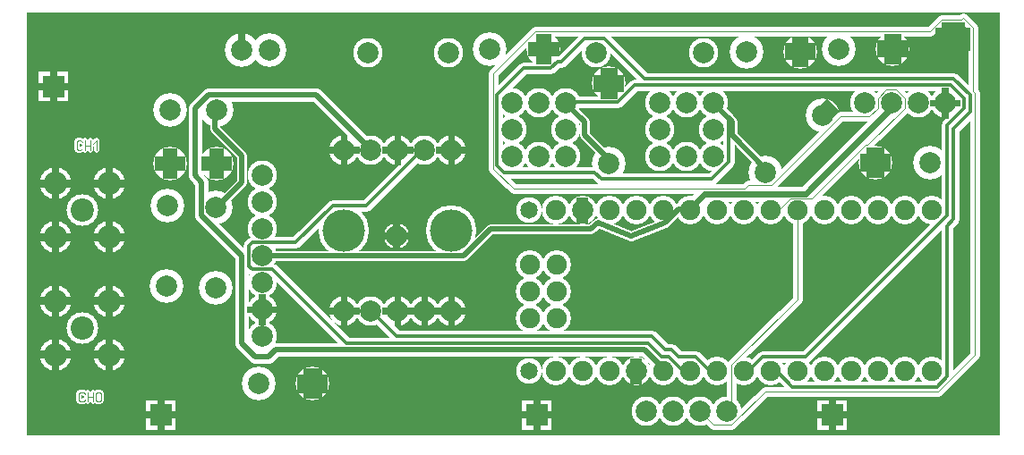
<source format=gbr>
%FSLAX34Y34*%
%MOMM*%
%LNCOPPER_TOP*%
G71*
G01*
%ADD10C,2.700*%
%ADD11C,2.450*%
%ADD12C,2.800*%
%ADD13C,3.200*%
%ADD14C,3.000*%
%ADD15C,2.800*%
%ADD16C,4.800*%
%ADD17C,0.511*%
%ADD18C,0.900*%
%ADD19C,2.400*%
%ADD20C,1.300*%
%ADD21C,1.100*%
%ADD22C,1.400*%
%ADD23C,3.200*%
%ADD24C,0.667*%
%ADD25C,0.813*%
%ADD26C,0.733*%
%ADD27C,1.360*%
%ADD28C,1.587*%
%ADD29C,1.627*%
%ADD30C,1.673*%
%ADD31C,1.793*%
%ADD32C,1.053*%
%ADD33C,1.093*%
%ADD34C,1.733*%
%ADD35C,2.230*%
%ADD36C,1.900*%
%ADD37C,1.650*%
%ADD38C,2.000*%
%ADD39C,2.200*%
%ADD40C,2.000*%
%ADD41C,4.000*%
%ADD42C,0.111*%
%ADD43C,0.500*%
%ADD44C,0.300*%
%ADD45C,0.600*%
%ADD46C,3.000*%
%ADD47C,0.100*%
%LPD*%
G36*
X0Y400000D02*
X920000Y400000D01*
X920000Y0D01*
X0Y0D01*
X0Y400000D01*
G37*
%LPC*%
X500221Y60241D02*
G54D10*
D03*
X525621Y60241D02*
G54D10*
D03*
X551021Y60241D02*
G54D10*
D03*
X576421Y60241D02*
G54D10*
D03*
X601821Y60241D02*
G54D10*
D03*
X627221Y60241D02*
G54D10*
D03*
X652621Y60241D02*
G54D10*
D03*
X678021Y60241D02*
G54D10*
D03*
X703421Y60241D02*
G54D10*
D03*
X728821Y60241D02*
G54D10*
D03*
X754221Y60241D02*
G54D10*
D03*
X779621Y60241D02*
G54D10*
D03*
X805021Y60241D02*
G54D10*
D03*
X830421Y60241D02*
G54D10*
D03*
X855821Y60241D02*
G54D10*
D03*
X500221Y212641D02*
G54D10*
D03*
X525621Y212641D02*
G54D10*
D03*
X551021Y212641D02*
G54D10*
D03*
X576421Y212641D02*
G54D10*
D03*
X601821Y212641D02*
G54D10*
D03*
X627221Y212641D02*
G54D10*
D03*
X652621Y212641D02*
G54D10*
D03*
X678021Y212641D02*
G54D10*
D03*
X703421Y212641D02*
G54D10*
D03*
X728821Y212641D02*
G54D10*
D03*
X754221Y212641D02*
G54D10*
D03*
X779621Y212641D02*
G54D10*
D03*
X805021Y212641D02*
G54D10*
D03*
X830421Y212641D02*
G54D10*
D03*
X855821Y212641D02*
G54D10*
D03*
X474980Y212800D02*
G54D11*
D03*
X474980Y60400D02*
G54D11*
D03*
X501237Y161587D02*
G54D10*
D03*
X475837Y161587D02*
G54D10*
D03*
X501237Y136187D02*
G54D10*
D03*
X475837Y136187D02*
G54D10*
D03*
X501237Y110787D02*
G54D10*
D03*
X475837Y110787D02*
G54D10*
D03*
X398780Y361900D02*
G54D12*
D03*
X322580Y361900D02*
G54D12*
D03*
X203655Y364475D02*
G54D13*
D03*
X229155Y364475D02*
G54D13*
D03*
X27280Y238175D02*
G54D14*
D03*
X78080Y238175D02*
G54D14*
D03*
X52680Y212775D02*
G54D14*
D03*
X78080Y187375D02*
G54D14*
D03*
X27280Y187375D02*
G54D14*
D03*
X792321Y314241D02*
G54D12*
D03*
X817721Y314241D02*
G54D12*
D03*
X843121Y314241D02*
G54D12*
D03*
X868521Y314241D02*
G54D12*
D03*
X222760Y93301D02*
G54D12*
D03*
X222760Y118701D02*
G54D12*
D03*
X222760Y144101D02*
G54D12*
D03*
X222760Y169501D02*
G54D12*
D03*
X222760Y194901D02*
G54D12*
D03*
X222760Y220301D02*
G54D12*
D03*
X222760Y245701D02*
G54D12*
D03*
X300196Y269791D02*
G54D15*
D03*
X325596Y269791D02*
G54D15*
D03*
X350996Y269791D02*
G54D15*
D03*
X376396Y269791D02*
G54D15*
D03*
X401796Y269791D02*
G54D15*
D03*
X401796Y269791D02*
G54D15*
D03*
X401796Y193591D02*
G54D16*
D03*
X300196Y269791D02*
G54D15*
D03*
X300196Y193591D02*
G54D12*
D03*
X300196Y117391D02*
G54D15*
D03*
X300196Y117391D02*
G54D15*
D03*
X325596Y117391D02*
G54D15*
D03*
X350996Y117391D02*
G54D15*
D03*
X376396Y117391D02*
G54D15*
D03*
X300196Y193591D02*
G54D16*
D03*
X27280Y127050D02*
G54D14*
D03*
X78080Y127050D02*
G54D14*
D03*
X52680Y101650D02*
G54D14*
D03*
X78080Y76250D02*
G54D14*
D03*
X27280Y76250D02*
G54D14*
D03*
X458946Y314241D02*
G54D12*
D03*
X484346Y314241D02*
G54D12*
D03*
X509746Y314241D02*
G54D12*
D03*
X509746Y314241D02*
G54D12*
D03*
X509746Y288841D02*
G54D12*
D03*
X509746Y263441D02*
G54D12*
D03*
X458946Y263441D02*
G54D12*
D03*
X484346Y263441D02*
G54D12*
D03*
X509746Y263441D02*
G54D12*
D03*
X458946Y314241D02*
G54D12*
D03*
X458946Y288841D02*
G54D12*
D03*
X458946Y263441D02*
G54D12*
D03*
X438045Y365657D02*
G54D13*
D03*
X489026Y365770D02*
G54D13*
D03*
X538480Y361900D02*
G54D12*
D03*
X640080Y361900D02*
G54D12*
D03*
X731666Y363225D02*
G54D13*
D03*
X680685Y363113D02*
G54D13*
D03*
X768245Y365657D02*
G54D13*
D03*
X819226Y365770D02*
G54D13*
D03*
X179682Y308024D02*
G54D13*
D03*
X179794Y257043D02*
G54D13*
D03*
X135232Y308024D02*
G54D13*
D03*
X135344Y257043D02*
G54D13*
D03*
X179071Y139203D02*
G54D13*
D03*
X179122Y215453D02*
G54D13*
D03*
X132582Y141362D02*
G54D13*
D03*
X132632Y217612D02*
G54D13*
D03*
X853963Y258284D02*
G54D13*
D03*
X802982Y258171D02*
G54D13*
D03*
X219496Y48455D02*
G54D13*
D03*
X270476Y48567D02*
G54D13*
D03*
X550546Y256678D02*
G54D13*
D03*
X550596Y332928D02*
G54D13*
D03*
X222760Y118701D02*
G54D12*
D03*
X868521Y314241D02*
G54D12*
D03*
X489026Y365770D02*
G54D12*
D03*
X731666Y363225D02*
G54D12*
D03*
X819226Y365770D02*
G54D12*
D03*
X550596Y332928D02*
G54D12*
D03*
X802982Y258171D02*
G54D12*
D03*
X270476Y48567D02*
G54D12*
D03*
X350996Y269791D02*
G54D12*
D03*
X376396Y117391D02*
G54D12*
D03*
X401796Y117391D02*
G54D12*
D03*
X300196Y117391D02*
G54D12*
D03*
X350996Y117391D02*
G54D12*
D03*
X300196Y269791D02*
G54D12*
D03*
X401796Y269791D02*
G54D12*
D03*
G54D17*
X54863Y33367D02*
X54197Y32256D01*
X52863Y31700D01*
X51530Y31700D01*
X50197Y32256D01*
X49530Y33367D01*
X49530Y38922D01*
X50197Y40033D01*
X51530Y40589D01*
X52863Y40589D01*
X54197Y40033D01*
X54863Y38922D01*
G54D17*
X57307Y31700D02*
X57307Y40589D01*
G54D17*
X62640Y31700D02*
X62640Y40589D01*
G54D17*
X57307Y36144D02*
X62640Y36144D01*
G54D17*
X70417Y38922D02*
X70417Y33367D01*
X69751Y32256D01*
X68417Y31700D01*
X67084Y31700D01*
X65751Y32256D01*
X65084Y33367D01*
X65084Y38922D01*
X65751Y40033D01*
X67084Y40589D01*
X68417Y40589D01*
X69751Y40033D01*
X70417Y38922D01*
G54D17*
X52513Y271492D02*
X51847Y270381D01*
X50513Y269825D01*
X49180Y269825D01*
X47847Y270381D01*
X47180Y271492D01*
X47180Y277047D01*
X47847Y278158D01*
X49180Y278714D01*
X50513Y278714D01*
X51847Y278158D01*
X52513Y277047D01*
G54D17*
X54957Y269825D02*
X54957Y278714D01*
G54D17*
X60290Y269825D02*
X60290Y278714D01*
G54D17*
X54957Y274269D02*
X60290Y274269D01*
G54D17*
X62734Y275381D02*
X66067Y278714D01*
X66067Y269825D01*
X135344Y257043D02*
G54D12*
D03*
X179794Y257043D02*
G54D12*
D03*
G54D18*
X179122Y215453D02*
X178310Y213951D01*
X203710Y239351D01*
X203710Y264751D01*
X178310Y290151D01*
X178310Y309201D01*
X179682Y308024D01*
G54D18*
X550546Y256678D02*
X552960Y258401D01*
X527560Y283801D01*
X527560Y296501D01*
X508510Y315551D01*
X509746Y314241D01*
X576421Y60241D02*
G54D19*
D03*
X525621Y212641D02*
G54D19*
D03*
X349760Y188551D02*
G54D19*
D03*
X598646Y314241D02*
G54D12*
D03*
X598646Y288841D02*
G54D12*
D03*
X598646Y263441D02*
G54D12*
D03*
X649446Y314241D02*
G54D12*
D03*
X624046Y314241D02*
G54D12*
D03*
X598646Y314241D02*
G54D12*
D03*
X649446Y314241D02*
G54D12*
D03*
X649446Y288841D02*
G54D12*
D03*
X649446Y263441D02*
G54D12*
D03*
X649446Y263441D02*
G54D12*
D03*
X624046Y263441D02*
G54D12*
D03*
X598646Y263441D02*
G54D12*
D03*
G54D18*
X222760Y169501D02*
X413260Y169501D01*
X438660Y194901D01*
X533910Y194901D01*
X540260Y201251D01*
X572010Y188551D01*
X603760Y201251D01*
X616460Y213951D01*
X629160Y213951D01*
X627221Y212641D01*
X698796Y248889D02*
G54D13*
D03*
X752749Y302771D02*
G54D13*
D03*
X752749Y302771D02*
G54D12*
D03*
G54D18*
X698796Y248889D02*
X699010Y252051D01*
X667260Y283801D01*
X667260Y296501D01*
X648210Y315551D01*
X649446Y314241D01*
G54D20*
X325596Y269791D02*
X324360Y271101D01*
X273560Y321901D01*
X171960Y321901D01*
X159260Y309201D01*
X159260Y245701D01*
X165610Y239351D01*
X165610Y207601D01*
X203710Y169501D01*
X203710Y86951D01*
X216410Y74251D01*
X229110Y74251D01*
X235460Y80601D01*
X584710Y80601D01*
X603760Y61551D01*
X601821Y60241D01*
G54D21*
X376396Y269791D02*
X375160Y271101D01*
X321185Y217126D01*
X289435Y217126D01*
X254510Y182201D01*
X213235Y182201D01*
X210060Y179026D01*
X210060Y159976D01*
X213235Y156801D01*
X232285Y156801D01*
X302135Y86951D01*
X587885Y86951D01*
X600585Y74251D01*
X606935Y74251D01*
X619635Y61551D01*
X625985Y61551D01*
X627221Y60241D01*
G54D21*
X325596Y117391D02*
X324360Y118701D01*
X349760Y93301D01*
X591060Y93301D01*
X603760Y80601D01*
X610110Y80601D01*
X616460Y74251D01*
X632335Y74251D01*
X645035Y61551D01*
X651385Y61551D01*
X652621Y60241D01*
G54D21*
X509746Y314241D02*
X508510Y315551D01*
X559310Y315551D01*
X575185Y331426D01*
X873635Y331426D01*
X886335Y318726D01*
X886335Y309201D01*
X870460Y293326D01*
X870460Y207601D01*
X737110Y74251D01*
X695835Y74251D01*
X683135Y61551D01*
X676785Y61551D01*
X678021Y60241D01*
G54D21*
X649446Y314241D02*
X648210Y315551D01*
X664085Y299676D01*
X664085Y258401D01*
X648210Y242526D01*
X543435Y242526D01*
X537085Y248876D01*
X451360Y248876D01*
X445010Y255226D01*
X445010Y321901D01*
X470410Y347301D01*
X495810Y347301D01*
X502160Y353651D01*
X505335Y353651D01*
X527560Y375876D01*
X546610Y375876D01*
X584710Y337776D01*
X876810Y337776D01*
X892685Y321901D01*
X892685Y306026D01*
X876810Y290151D01*
X876810Y204426D01*
X870460Y198076D01*
X870460Y55201D01*
X860935Y45676D01*
X724410Y45676D01*
X708535Y61551D01*
X702185Y61551D01*
X703421Y60241D01*
G54D22*
X817721Y314241D02*
X819150Y311150D01*
X736600Y228600D01*
X641350Y228600D01*
X628650Y215900D01*
X628650Y209550D01*
X627221Y212641D01*
G36*
X11400Y344150D02*
X39400Y344150D01*
X39400Y316150D01*
X11400Y316150D01*
X11400Y344150D01*
G37*
G36*
X468600Y33000D02*
X496600Y33000D01*
X496600Y5000D01*
X468600Y5000D01*
X468600Y33000D01*
G37*
G36*
X748000Y33000D02*
X776000Y33000D01*
X776000Y5000D01*
X748000Y5000D01*
X748000Y33000D01*
G37*
G36*
X113000Y33000D02*
X141000Y33000D01*
X141000Y5000D01*
X113000Y5000D01*
X113000Y33000D01*
G37*
X25400Y374600D02*
G54D23*
D03*
X25400Y19000D02*
G54D23*
D03*
X876300Y19000D02*
G54D23*
D03*
X876300Y374600D02*
G54D23*
D03*
X636746Y22141D02*
G54D12*
D03*
X611346Y22141D02*
G54D12*
D03*
X585946Y22141D02*
G54D12*
D03*
X662146Y22141D02*
G54D12*
D03*
X636746Y22141D02*
G54D12*
D03*
X611346Y22141D02*
G54D12*
D03*
G54D18*
X662146Y22141D02*
X661988Y22225D01*
X666750Y26988D01*
X666750Y66675D01*
X728662Y128588D01*
X728662Y212725D01*
X728821Y212641D01*
G54D18*
X636746Y22141D02*
X636588Y22225D01*
X649288Y9525D01*
X666750Y9525D01*
X698500Y41275D01*
X862012Y41275D01*
X896938Y76200D01*
X896938Y323850D01*
X895350Y325438D01*
X895350Y385762D01*
X885825Y395288D01*
X884238Y393700D01*
X865188Y393700D01*
X854075Y382588D01*
X481012Y382588D01*
X441325Y342900D01*
X441325Y252412D01*
X460375Y233362D01*
X679450Y233362D01*
X682625Y236538D01*
X704850Y236538D01*
X769938Y301625D01*
X796925Y301625D01*
X804862Y309562D01*
X804862Y319088D01*
X812800Y327025D01*
X822325Y327025D01*
X830262Y319088D01*
X830262Y309562D01*
X795338Y274638D01*
X793750Y274638D01*
X742950Y223838D01*
X722312Y223838D01*
X711200Y212725D01*
X703262Y212725D01*
X703421Y212641D01*
%LPD*%
G54D24*
G36*
X200322Y364475D02*
X200322Y380975D01*
X206988Y380975D01*
X206988Y364475D01*
X200322Y364475D01*
G37*
G54D25*
G54D26*
G36*
X23613Y238175D02*
X23613Y253675D01*
X30947Y253675D01*
X30947Y238175D01*
X23613Y238175D01*
G37*
G36*
X27280Y241842D02*
X42780Y241842D01*
X42780Y234508D01*
X27280Y234508D01*
X27280Y241842D01*
G37*
G36*
X30947Y238175D02*
X30947Y222675D01*
X23613Y222675D01*
X23613Y238175D01*
X30947Y238175D01*
G37*
G36*
X27280Y234508D02*
X11780Y234508D01*
X11780Y241842D01*
X27280Y241842D01*
X27280Y234508D01*
G37*
G54D26*
G36*
X74413Y238175D02*
X74413Y253675D01*
X81747Y253675D01*
X81747Y238175D01*
X74413Y238175D01*
G37*
G36*
X78080Y241842D02*
X93580Y241842D01*
X93580Y234508D01*
X78080Y234508D01*
X78080Y241842D01*
G37*
G36*
X81747Y238175D02*
X81747Y222675D01*
X74413Y222675D01*
X74413Y238175D01*
X81747Y238175D01*
G37*
G36*
X78080Y234508D02*
X62580Y234508D01*
X62580Y241842D01*
X78080Y241842D01*
X78080Y234508D01*
G37*
G54D26*
G36*
X74413Y187375D02*
X74413Y202875D01*
X81747Y202875D01*
X81747Y187375D01*
X74413Y187375D01*
G37*
G36*
X78080Y191042D02*
X93580Y191042D01*
X93580Y183708D01*
X78080Y183708D01*
X78080Y191042D01*
G37*
G36*
X81747Y187375D02*
X81747Y171875D01*
X74413Y171875D01*
X74413Y187375D01*
X81747Y187375D01*
G37*
G36*
X78080Y183708D02*
X62580Y183708D01*
X62580Y191042D01*
X78080Y191042D01*
X78080Y183708D01*
G37*
G54D26*
G36*
X23613Y187375D02*
X23613Y202875D01*
X30947Y202875D01*
X30947Y187375D01*
X23613Y187375D01*
G37*
G36*
X27280Y191042D02*
X42780Y191042D01*
X42780Y183708D01*
X27280Y183708D01*
X27280Y191042D01*
G37*
G36*
X30947Y187375D02*
X30947Y171875D01*
X23613Y171875D01*
X23613Y187375D01*
X30947Y187375D01*
G37*
G36*
X27280Y183708D02*
X11780Y183708D01*
X11780Y191042D01*
X27280Y191042D01*
X27280Y183708D01*
G37*
G54D26*
G36*
X23613Y127050D02*
X23613Y142550D01*
X30947Y142550D01*
X30947Y127050D01*
X23613Y127050D01*
G37*
G36*
X27280Y130717D02*
X42780Y130717D01*
X42780Y123383D01*
X27280Y123383D01*
X27280Y130717D01*
G37*
G36*
X30947Y127050D02*
X30947Y111550D01*
X23613Y111550D01*
X23613Y127050D01*
X30947Y127050D01*
G37*
G36*
X27280Y123383D02*
X11780Y123383D01*
X11780Y130717D01*
X27280Y130717D01*
X27280Y123383D01*
G37*
G54D26*
G36*
X74413Y127050D02*
X74413Y142550D01*
X81747Y142550D01*
X81747Y127050D01*
X74413Y127050D01*
G37*
G36*
X78080Y130717D02*
X93580Y130717D01*
X93580Y123383D01*
X78080Y123383D01*
X78080Y130717D01*
G37*
G36*
X81747Y127050D02*
X81747Y111550D01*
X74413Y111550D01*
X74413Y127050D01*
X81747Y127050D01*
G37*
G36*
X78080Y123383D02*
X62580Y123383D01*
X62580Y130717D01*
X78080Y130717D01*
X78080Y123383D01*
G37*
G54D26*
G36*
X74413Y76250D02*
X74413Y91750D01*
X81747Y91750D01*
X81747Y76250D01*
X74413Y76250D01*
G37*
G36*
X78080Y79917D02*
X93580Y79917D01*
X93580Y72583D01*
X78080Y72583D01*
X78080Y79917D01*
G37*
G36*
X81747Y76250D02*
X81747Y60750D01*
X74413Y60750D01*
X74413Y76250D01*
X81747Y76250D01*
G37*
G36*
X78080Y72583D02*
X62580Y72583D01*
X62580Y79917D01*
X78080Y79917D01*
X78080Y72583D01*
G37*
G54D26*
G36*
X23613Y76250D02*
X23613Y91750D01*
X30947Y91750D01*
X30947Y76250D01*
X23613Y76250D01*
G37*
G36*
X27280Y79917D02*
X42780Y79917D01*
X42780Y72583D01*
X27280Y72583D01*
X27280Y79917D01*
G37*
G36*
X30947Y76250D02*
X30947Y60750D01*
X23613Y60750D01*
X23613Y76250D01*
X30947Y76250D01*
G37*
G36*
X27280Y72583D02*
X11780Y72583D01*
X11780Y79917D01*
X27280Y79917D01*
X27280Y72583D01*
G37*
G54D24*
G36*
X222760Y115368D02*
X208260Y115368D01*
X208260Y122035D01*
X222760Y122035D01*
X222760Y115368D01*
G37*
G36*
X219426Y118701D02*
X219426Y133201D01*
X226093Y133201D01*
X226093Y118701D01*
X219426Y118701D01*
G37*
G36*
X222760Y122035D02*
X237260Y122035D01*
X237260Y115368D01*
X222760Y115368D01*
X222760Y122035D01*
G37*
G36*
X226093Y118701D02*
X226093Y104201D01*
X219426Y104201D01*
X219426Y118701D01*
X226093Y118701D01*
G37*
G54D24*
G36*
X865188Y314241D02*
X865188Y328741D01*
X871854Y328741D01*
X871854Y314241D01*
X865188Y314241D01*
G37*
G36*
X868521Y317574D02*
X883021Y317574D01*
X883021Y310908D01*
X868521Y310908D01*
X868521Y317574D01*
G37*
G36*
X871854Y314241D02*
X871854Y299741D01*
X865188Y299741D01*
X865188Y314241D01*
X871854Y314241D01*
G37*
G36*
X868521Y310908D02*
X854021Y310908D01*
X854021Y317574D01*
X868521Y317574D01*
X868521Y310908D01*
G37*
G54D27*
G36*
X482226Y365770D02*
X482226Y380270D01*
X495826Y380270D01*
X495826Y365770D01*
X482226Y365770D01*
G37*
G36*
X489026Y372570D02*
X503526Y372570D01*
X503526Y358970D01*
X489026Y358970D01*
X489026Y372570D01*
G37*
G36*
X495826Y365770D02*
X495826Y351270D01*
X482226Y351270D01*
X482226Y365770D01*
X495826Y365770D01*
G37*
G36*
X489026Y358970D02*
X474526Y358970D01*
X474526Y372570D01*
X489026Y372570D01*
X489026Y358970D01*
G37*
G54D28*
G36*
X723732Y363225D02*
X723732Y377725D01*
X739599Y377725D01*
X739599Y363225D01*
X723732Y363225D01*
G37*
G36*
X731666Y371159D02*
X746166Y371159D01*
X746166Y355292D01*
X731666Y355292D01*
X731666Y371159D01*
G37*
G36*
X739599Y363225D02*
X739599Y348725D01*
X723732Y348725D01*
X723732Y363225D01*
X739599Y363225D01*
G37*
G36*
X731666Y355292D02*
X717166Y355292D01*
X717166Y371159D01*
X731666Y371159D01*
X731666Y355292D01*
G37*
G54D29*
G36*
X811092Y365770D02*
X811092Y380270D01*
X827359Y380270D01*
X827359Y365770D01*
X811092Y365770D01*
G37*
G36*
X819226Y373903D02*
X833726Y373903D01*
X833726Y357636D01*
X819226Y357636D01*
X819226Y373903D01*
G37*
G36*
X827359Y365770D02*
X827359Y351270D01*
X811092Y351270D01*
X811092Y365770D01*
X827359Y365770D01*
G37*
G36*
X819226Y357636D02*
X804726Y357636D01*
X804726Y373903D01*
X819226Y373903D01*
X819226Y357636D01*
G37*
G54D28*
G36*
X542663Y332928D02*
X542663Y347428D01*
X558529Y347428D01*
X558529Y332928D01*
X542663Y332928D01*
G37*
G36*
X550596Y340861D02*
X565096Y340861D01*
X565096Y324995D01*
X550596Y324995D01*
X550596Y340861D01*
G37*
G36*
X558529Y332928D02*
X558529Y318428D01*
X542663Y318428D01*
X542663Y332928D01*
X558529Y332928D01*
G37*
G36*
X550596Y324995D02*
X536096Y324995D01*
X536096Y340861D01*
X550596Y340861D01*
X550596Y324995D01*
G37*
G54D30*
G36*
X794616Y258171D02*
X794616Y272671D01*
X811349Y272671D01*
X811349Y258171D01*
X794616Y258171D01*
G37*
G36*
X802982Y266538D02*
X817482Y266538D01*
X817482Y249805D01*
X802982Y249805D01*
X802982Y266538D01*
G37*
G36*
X811349Y258171D02*
X811349Y243671D01*
X794616Y243671D01*
X794616Y258171D01*
X811349Y258171D01*
G37*
G36*
X802982Y249805D02*
X788482Y249805D01*
X788482Y266538D01*
X802982Y266538D01*
X802982Y249805D01*
G37*
G54D31*
G36*
X261509Y48567D02*
X261509Y63067D01*
X279443Y63067D01*
X279443Y48567D01*
X261509Y48567D01*
G37*
G36*
X270476Y57534D02*
X284976Y57534D01*
X284976Y39600D01*
X270476Y39600D01*
X270476Y57534D01*
G37*
G36*
X279443Y48567D02*
X279443Y34067D01*
X261509Y34067D01*
X261509Y48567D01*
X279443Y48567D01*
G37*
G36*
X270476Y39600D02*
X255976Y39600D01*
X255976Y57534D01*
X270476Y57534D01*
X270476Y39600D01*
G37*
G54D24*
G36*
X347663Y269791D02*
X347663Y284291D01*
X354329Y284291D01*
X354329Y269791D01*
X347663Y269791D01*
G37*
G36*
X350996Y273124D02*
X365496Y273124D01*
X365496Y266458D01*
X350996Y266458D01*
X350996Y273124D01*
G37*
G36*
X354329Y269791D02*
X354329Y255291D01*
X347663Y255291D01*
X347663Y269791D01*
X354329Y269791D01*
G37*
G36*
X350996Y266458D02*
X336496Y266458D01*
X336496Y273124D01*
X350996Y273124D01*
X350996Y266458D01*
G37*
G54D24*
G36*
X373063Y117391D02*
X373063Y131891D01*
X379729Y131891D01*
X379729Y117391D01*
X373063Y117391D01*
G37*
G36*
X376396Y120724D02*
X390896Y120724D01*
X390896Y114058D01*
X376396Y114058D01*
X376396Y120724D01*
G37*
G36*
X379729Y117391D02*
X379729Y102891D01*
X373063Y102891D01*
X373063Y117391D01*
X379729Y117391D01*
G37*
G36*
X376396Y114058D02*
X361896Y114058D01*
X361896Y120724D01*
X376396Y120724D01*
X376396Y114058D01*
G37*
G54D24*
G36*
X398463Y117391D02*
X398463Y131891D01*
X405129Y131891D01*
X405129Y117391D01*
X398463Y117391D01*
G37*
G36*
X401796Y120724D02*
X416296Y120724D01*
X416296Y114058D01*
X401796Y114058D01*
X401796Y120724D01*
G37*
G36*
X405129Y117391D02*
X405129Y102891D01*
X398463Y102891D01*
X398463Y117391D01*
X405129Y117391D01*
G37*
G36*
X401796Y114058D02*
X387296Y114058D01*
X387296Y120724D01*
X401796Y120724D01*
X401796Y114058D01*
G37*
G54D24*
G36*
X296863Y117391D02*
X296863Y131891D01*
X303529Y131891D01*
X303529Y117391D01*
X296863Y117391D01*
G37*
G36*
X300196Y120724D02*
X314696Y120724D01*
X314696Y114058D01*
X300196Y114058D01*
X300196Y120724D01*
G37*
G36*
X303529Y117391D02*
X303529Y102891D01*
X296863Y102891D01*
X296863Y117391D01*
X303529Y117391D01*
G37*
G36*
X300196Y114058D02*
X285696Y114058D01*
X285696Y120724D01*
X300196Y120724D01*
X300196Y114058D01*
G37*
G54D24*
G36*
X347663Y117391D02*
X347663Y131891D01*
X354329Y131891D01*
X354329Y117391D01*
X347663Y117391D01*
G37*
G36*
X350996Y120724D02*
X365496Y120724D01*
X365496Y114058D01*
X350996Y114058D01*
X350996Y120724D01*
G37*
G36*
X354329Y117391D02*
X354329Y102891D01*
X347663Y102891D01*
X347663Y117391D01*
X354329Y117391D01*
G37*
G36*
X350996Y114058D02*
X336496Y114058D01*
X336496Y120724D01*
X350996Y120724D01*
X350996Y114058D01*
G37*
G54D24*
G36*
X296863Y269791D02*
X296863Y284291D01*
X303529Y284291D01*
X303529Y269791D01*
X296863Y269791D01*
G37*
G36*
X300196Y273124D02*
X314696Y273124D01*
X314696Y266458D01*
X300196Y266458D01*
X300196Y273124D01*
G37*
G36*
X303529Y269791D02*
X303529Y255291D01*
X296863Y255291D01*
X296863Y269791D01*
X303529Y269791D01*
G37*
G36*
X300196Y266458D02*
X285696Y266458D01*
X285696Y273124D01*
X300196Y273124D01*
X300196Y266458D01*
G37*
G54D24*
G36*
X398463Y269791D02*
X398463Y284291D01*
X405129Y284291D01*
X405129Y269791D01*
X398463Y269791D01*
G37*
G36*
X401796Y273124D02*
X416296Y273124D01*
X416296Y266458D01*
X401796Y266458D01*
X401796Y273124D01*
G37*
G36*
X405129Y269791D02*
X405129Y255291D01*
X398463Y255291D01*
X398463Y269791D01*
X405129Y269791D01*
G37*
G36*
X401796Y266458D02*
X387296Y266458D01*
X387296Y273124D01*
X401796Y273124D01*
X401796Y266458D01*
G37*
G54D27*
G36*
X128544Y257043D02*
X128544Y271543D01*
X142144Y271543D01*
X142144Y257043D01*
X128544Y257043D01*
G37*
G36*
X135344Y263843D02*
X149844Y263843D01*
X149844Y250243D01*
X135344Y250243D01*
X135344Y263843D01*
G37*
G36*
X142144Y257043D02*
X142144Y242543D01*
X128544Y242543D01*
X128544Y257043D01*
X142144Y257043D01*
G37*
G36*
X135344Y250243D02*
X120844Y250243D01*
X120844Y263843D01*
X135344Y263843D01*
X135344Y250243D01*
G37*
G54D27*
G36*
X172994Y257043D02*
X172994Y271543D01*
X186594Y271543D01*
X186594Y257043D01*
X172994Y257043D01*
G37*
G36*
X179794Y263843D02*
X194294Y263843D01*
X194294Y250243D01*
X179794Y250243D01*
X179794Y263843D01*
G37*
G36*
X186594Y257043D02*
X186594Y242543D01*
X172994Y242543D01*
X172994Y257043D01*
X186594Y257043D01*
G37*
G36*
X179794Y250243D02*
X165294Y250243D01*
X165294Y263843D01*
X179794Y263843D01*
X179794Y250243D01*
G37*
G54D32*
G36*
X571154Y60241D02*
X571154Y72741D01*
X581688Y72741D01*
X581688Y60241D01*
X571154Y60241D01*
G37*
G36*
X581688Y60241D02*
X581688Y47741D01*
X571154Y47741D01*
X571154Y60241D01*
X581688Y60241D01*
G37*
G54D33*
G36*
X520154Y212641D02*
X520154Y225141D01*
X531088Y225141D01*
X531088Y212641D01*
X520154Y212641D01*
G37*
G36*
X531088Y212641D02*
X531088Y200141D01*
X520154Y200141D01*
X520154Y212641D01*
X531088Y212641D01*
G37*
G54D24*
G36*
X346427Y188551D02*
X346427Y201051D01*
X353093Y201051D01*
X353093Y188551D01*
X346427Y188551D01*
G37*
G36*
X349760Y191884D02*
X362260Y191884D01*
X362260Y185218D01*
X349760Y185218D01*
X349760Y191884D01*
G37*
G36*
X353093Y188551D02*
X353093Y176051D01*
X346427Y176051D01*
X346427Y188551D01*
X353093Y188551D01*
G37*
G36*
X349760Y185218D02*
X337260Y185218D01*
X337260Y191884D01*
X349760Y191884D01*
X349760Y185218D01*
G37*
G54D34*
G36*
X746621Y308899D02*
X756874Y319152D01*
X769130Y306896D01*
X758877Y296643D01*
X746621Y308899D01*
G37*
G54D24*
G36*
X22067Y330150D02*
X22067Y344650D01*
X28733Y344650D01*
X28733Y330150D01*
X22067Y330150D01*
G37*
G36*
X25400Y333483D02*
X39900Y333483D01*
X39900Y326817D01*
X25400Y326817D01*
X25400Y333483D01*
G37*
G36*
X28733Y330150D02*
X28733Y315650D01*
X22067Y315650D01*
X22067Y330150D01*
X28733Y330150D01*
G37*
G36*
X25400Y326817D02*
X10900Y326817D01*
X10900Y333483D01*
X25400Y333483D01*
X25400Y326817D01*
G37*
G54D24*
G36*
X479267Y19000D02*
X479267Y33500D01*
X485933Y33500D01*
X485933Y19000D01*
X479267Y19000D01*
G37*
G36*
X482600Y22333D02*
X497100Y22333D01*
X497100Y15667D01*
X482600Y15667D01*
X482600Y22333D01*
G37*
G36*
X485933Y19000D02*
X485933Y4500D01*
X479267Y4500D01*
X479267Y19000D01*
X485933Y19000D01*
G37*
G36*
X482600Y15667D02*
X468100Y15667D01*
X468100Y22333D01*
X482600Y22333D01*
X482600Y15667D01*
G37*
G54D24*
G36*
X758667Y19000D02*
X758667Y33500D01*
X765333Y33500D01*
X765333Y19000D01*
X758667Y19000D01*
G37*
G36*
X762000Y22333D02*
X776500Y22333D01*
X776500Y15667D01*
X762000Y15667D01*
X762000Y22333D01*
G37*
G36*
X765333Y19000D02*
X765333Y4500D01*
X758667Y4500D01*
X758667Y19000D01*
X765333Y19000D01*
G37*
G36*
X762000Y15667D02*
X747500Y15667D01*
X747500Y22333D01*
X762000Y22333D01*
X762000Y15667D01*
G37*
G54D24*
G36*
X123667Y19000D02*
X123667Y33500D01*
X130333Y33500D01*
X130333Y19000D01*
X123667Y19000D01*
G37*
G36*
X127000Y22333D02*
X141500Y22333D01*
X141500Y15667D01*
X127000Y15667D01*
X127000Y22333D01*
G37*
G36*
X130333Y19000D02*
X130333Y4500D01*
X123667Y4500D01*
X123667Y19000D01*
X130333Y19000D01*
G37*
G36*
X127000Y15667D02*
X112500Y15667D01*
X112500Y22333D01*
X127000Y22333D01*
X127000Y15667D01*
G37*
G54D35*
G36*
X25400Y385750D02*
X41900Y385750D01*
X41900Y363450D01*
X25400Y363450D01*
X25400Y385750D01*
G37*
G36*
X36550Y374600D02*
X36550Y358100D01*
X14250Y358100D01*
X14250Y374600D01*
X36550Y374600D01*
G37*
G36*
X25400Y363450D02*
X8900Y363450D01*
X8900Y385750D01*
X25400Y385750D01*
X25400Y363450D01*
G37*
G36*
X14250Y374600D02*
X14250Y391100D01*
X36550Y391100D01*
X36550Y374600D01*
X14250Y374600D01*
G37*
G54D35*
G36*
X25400Y30150D02*
X41900Y30150D01*
X41900Y7850D01*
X25400Y7850D01*
X25400Y30150D01*
G37*
G36*
X36550Y19000D02*
X36550Y2500D01*
X14250Y2500D01*
X14250Y19000D01*
X36550Y19000D01*
G37*
G36*
X25400Y7850D02*
X8900Y7850D01*
X8900Y30150D01*
X25400Y30150D01*
X25400Y7850D01*
G37*
G36*
X14250Y19000D02*
X14250Y35500D01*
X36550Y35500D01*
X36550Y19000D01*
X14250Y19000D01*
G37*
G54D35*
G36*
X876300Y30150D02*
X892800Y30150D01*
X892800Y7850D01*
X876300Y7850D01*
X876300Y30150D01*
G37*
G36*
X887450Y19000D02*
X887450Y2500D01*
X865150Y2500D01*
X865150Y19000D01*
X887450Y19000D01*
G37*
G36*
X876300Y7850D02*
X859800Y7850D01*
X859800Y30150D01*
X876300Y30150D01*
X876300Y7850D01*
G37*
G36*
X865150Y19000D02*
X865150Y35500D01*
X887450Y35500D01*
X887450Y19000D01*
X865150Y19000D01*
G37*
G54D35*
G36*
X876300Y385750D02*
X892800Y385750D01*
X892800Y363450D01*
X876300Y363450D01*
X876300Y385750D01*
G37*
G36*
X887450Y374600D02*
X887450Y358100D01*
X865150Y358100D01*
X865150Y374600D01*
X887450Y374600D01*
G37*
G36*
X876300Y363450D02*
X859800Y363450D01*
X859800Y385750D01*
X876300Y385750D01*
X876300Y363450D01*
G37*
G36*
X865150Y374600D02*
X865150Y391100D01*
X887450Y391100D01*
X887450Y374600D01*
X865150Y374600D01*
G37*
X500221Y60241D02*
G54D36*
D03*
X525621Y60241D02*
G54D36*
D03*
X551021Y60241D02*
G54D36*
D03*
X576421Y60241D02*
G54D36*
D03*
X601821Y60241D02*
G54D36*
D03*
X627221Y60241D02*
G54D36*
D03*
X652621Y60241D02*
G54D36*
D03*
X678021Y60241D02*
G54D36*
D03*
X703421Y60241D02*
G54D36*
D03*
X728821Y60241D02*
G54D36*
D03*
X754221Y60241D02*
G54D36*
D03*
X779621Y60241D02*
G54D36*
D03*
X805021Y60241D02*
G54D36*
D03*
X830421Y60241D02*
G54D36*
D03*
X855821Y60241D02*
G54D36*
D03*
X500221Y212641D02*
G54D36*
D03*
X525621Y212641D02*
G54D36*
D03*
X551021Y212641D02*
G54D36*
D03*
X576421Y212641D02*
G54D36*
D03*
X601821Y212641D02*
G54D36*
D03*
X627221Y212641D02*
G54D36*
D03*
X652621Y212641D02*
G54D36*
D03*
X678021Y212641D02*
G54D36*
D03*
X703421Y212641D02*
G54D36*
D03*
X728821Y212641D02*
G54D36*
D03*
X754221Y212641D02*
G54D36*
D03*
X779621Y212641D02*
G54D36*
D03*
X805021Y212641D02*
G54D36*
D03*
X830421Y212641D02*
G54D36*
D03*
X855821Y212641D02*
G54D36*
D03*
X474980Y212800D02*
G54D37*
D03*
X474980Y60400D02*
G54D37*
D03*
X501237Y161587D02*
G54D36*
D03*
X475837Y161587D02*
G54D36*
D03*
X501237Y136187D02*
G54D36*
D03*
X475837Y136187D02*
G54D36*
D03*
X501237Y110787D02*
G54D36*
D03*
X475837Y110787D02*
G54D36*
D03*
X398780Y361900D02*
G54D38*
D03*
X322580Y361900D02*
G54D38*
D03*
X203655Y364475D02*
G54D38*
D03*
X229155Y364475D02*
G54D38*
D03*
X27280Y238175D02*
G54D39*
D03*
X78080Y238175D02*
G54D39*
D03*
X52680Y212775D02*
G54D39*
D03*
X78080Y187375D02*
G54D39*
D03*
X27280Y187375D02*
G54D39*
D03*
X792321Y314241D02*
G54D38*
D03*
X817721Y314241D02*
G54D38*
D03*
X843121Y314241D02*
G54D38*
D03*
X868521Y314241D02*
G54D38*
D03*
X222760Y93301D02*
G54D38*
D03*
X222760Y118701D02*
G54D38*
D03*
X222760Y144101D02*
G54D38*
D03*
X222760Y169501D02*
G54D38*
D03*
X222760Y194901D02*
G54D38*
D03*
X222760Y220301D02*
G54D38*
D03*
X222760Y245701D02*
G54D38*
D03*
X300196Y269791D02*
G54D40*
D03*
X325596Y269791D02*
G54D40*
D03*
X350996Y269791D02*
G54D40*
D03*
X376396Y269791D02*
G54D40*
D03*
X401796Y269791D02*
G54D40*
D03*
X401796Y269791D02*
G54D40*
D03*
X401796Y193591D02*
G54D41*
D03*
X300196Y269791D02*
G54D40*
D03*
X300196Y193591D02*
G54D38*
D03*
X300196Y117391D02*
G54D40*
D03*
X300196Y117391D02*
G54D40*
D03*
X325596Y117391D02*
G54D40*
D03*
X350996Y117391D02*
G54D40*
D03*
X376396Y117391D02*
G54D40*
D03*
X300196Y193591D02*
G54D41*
D03*
X27280Y127050D02*
G54D39*
D03*
X78080Y127050D02*
G54D39*
D03*
X52680Y101650D02*
G54D39*
D03*
X78080Y76250D02*
G54D39*
D03*
X27280Y76250D02*
G54D39*
D03*
X458946Y314241D02*
G54D38*
D03*
X484346Y314241D02*
G54D38*
D03*
X509746Y314241D02*
G54D38*
D03*
X509746Y314241D02*
G54D38*
D03*
X509746Y288841D02*
G54D38*
D03*
X509746Y263441D02*
G54D38*
D03*
X458946Y263441D02*
G54D38*
D03*
X484346Y263441D02*
G54D38*
D03*
X509746Y263441D02*
G54D38*
D03*
X458946Y314241D02*
G54D38*
D03*
X458946Y288841D02*
G54D38*
D03*
X458946Y263441D02*
G54D38*
D03*
X438045Y365657D02*
G54D38*
D03*
X489026Y365770D02*
G54D38*
D03*
X538480Y361900D02*
G54D38*
D03*
X640080Y361900D02*
G54D38*
D03*
X731666Y363225D02*
G54D38*
D03*
X680685Y363113D02*
G54D38*
D03*
X768245Y365657D02*
G54D38*
D03*
X819226Y365770D02*
G54D38*
D03*
X179682Y308024D02*
G54D38*
D03*
X179794Y257043D02*
G54D38*
D03*
X135232Y308024D02*
G54D38*
D03*
X135344Y257043D02*
G54D38*
D03*
X179071Y139203D02*
G54D38*
D03*
X179122Y215453D02*
G54D38*
D03*
X132582Y141362D02*
G54D38*
D03*
X132632Y217612D02*
G54D38*
D03*
X853963Y258284D02*
G54D38*
D03*
X802982Y258171D02*
G54D38*
D03*
X219496Y48455D02*
G54D38*
D03*
X270476Y48567D02*
G54D38*
D03*
X550546Y256678D02*
G54D38*
D03*
X550596Y332928D02*
G54D38*
D03*
X222760Y118701D02*
G54D38*
D03*
X868521Y314241D02*
G54D38*
D03*
X489026Y365770D02*
G54D38*
D03*
X731666Y363225D02*
G54D38*
D03*
X819226Y365770D02*
G54D38*
D03*
X550596Y332928D02*
G54D38*
D03*
X802982Y258171D02*
G54D38*
D03*
X270476Y48567D02*
G54D38*
D03*
X350996Y269791D02*
G54D38*
D03*
X376396Y117391D02*
G54D38*
D03*
X401796Y117391D02*
G54D38*
D03*
X300196Y117391D02*
G54D38*
D03*
X350996Y117391D02*
G54D38*
D03*
X300196Y269791D02*
G54D38*
D03*
X401796Y269791D02*
G54D38*
D03*
G54D42*
X54863Y33367D02*
X54197Y32256D01*
X52863Y31700D01*
X51530Y31700D01*
X50197Y32256D01*
X49530Y33367D01*
X49530Y38922D01*
X50197Y40033D01*
X51530Y40589D01*
X52863Y40589D01*
X54197Y40033D01*
X54863Y38922D01*
G54D42*
X57307Y31700D02*
X57307Y40589D01*
G54D42*
X62640Y31700D02*
X62640Y40589D01*
G54D42*
X57307Y36144D02*
X62640Y36144D01*
G54D42*
X70417Y38922D02*
X70417Y33367D01*
X69751Y32256D01*
X68417Y31700D01*
X67084Y31700D01*
X65751Y32256D01*
X65084Y33367D01*
X65084Y38922D01*
X65751Y40033D01*
X67084Y40589D01*
X68417Y40589D01*
X69751Y40033D01*
X70417Y38922D01*
G54D42*
X52513Y271492D02*
X51847Y270381D01*
X50513Y269825D01*
X49180Y269825D01*
X47847Y270381D01*
X47180Y271492D01*
X47180Y277047D01*
X47847Y278158D01*
X49180Y278714D01*
X50513Y278714D01*
X51847Y278158D01*
X52513Y277047D01*
G54D42*
X54957Y269825D02*
X54957Y278714D01*
G54D42*
X60290Y269825D02*
X60290Y278714D01*
G54D42*
X54957Y274269D02*
X60290Y274269D01*
G54D42*
X62734Y275381D02*
X66067Y278714D01*
X66067Y269825D01*
X135344Y257043D02*
G54D38*
D03*
X179794Y257043D02*
G54D38*
D03*
G54D43*
X179122Y215453D02*
X178310Y213951D01*
X203710Y239351D01*
X203710Y264751D01*
X178310Y290151D01*
X178310Y309201D01*
X179682Y308024D01*
G54D43*
X550546Y256678D02*
X552960Y258401D01*
X527560Y283801D01*
X527560Y296501D01*
X508510Y315551D01*
X509746Y314241D01*
X576421Y60241D02*
G54D38*
D03*
X525621Y212641D02*
G54D38*
D03*
X349760Y188551D02*
G54D38*
D03*
X598646Y314241D02*
G54D38*
D03*
X598646Y288841D02*
G54D38*
D03*
X598646Y263441D02*
G54D38*
D03*
X649446Y314241D02*
G54D38*
D03*
X624046Y314241D02*
G54D38*
D03*
X598646Y314241D02*
G54D38*
D03*
X649446Y314241D02*
G54D38*
D03*
X649446Y288841D02*
G54D38*
D03*
X649446Y263441D02*
G54D38*
D03*
X649446Y263441D02*
G54D38*
D03*
X624046Y263441D02*
G54D38*
D03*
X598646Y263441D02*
G54D38*
D03*
G54D43*
X222760Y169501D02*
X413260Y169501D01*
X438660Y194901D01*
X533910Y194901D01*
X540260Y201251D01*
X572010Y188551D01*
X603760Y201251D01*
X616460Y213951D01*
X629160Y213951D01*
X627221Y212641D01*
X698796Y248889D02*
G54D38*
D03*
X752749Y302771D02*
G54D38*
D03*
X752749Y302771D02*
G54D38*
D03*
G54D43*
X698796Y248889D02*
X699010Y252051D01*
X667260Y283801D01*
X667260Y296501D01*
X648210Y315551D01*
X649446Y314241D01*
G54D43*
X325596Y269791D02*
X324360Y271101D01*
X273560Y321901D01*
X171960Y321901D01*
X159260Y309201D01*
X159260Y245701D01*
X165610Y239351D01*
X165610Y207601D01*
X203710Y169501D01*
X203710Y86951D01*
X216410Y74251D01*
X229110Y74251D01*
X235460Y80601D01*
X584710Y80601D01*
X603760Y61551D01*
X601821Y60241D01*
G54D44*
X376396Y269791D02*
X375160Y271101D01*
X321185Y217126D01*
X289435Y217126D01*
X254510Y182201D01*
X213235Y182201D01*
X210060Y179026D01*
X210060Y159976D01*
X213235Y156801D01*
X232285Y156801D01*
X302135Y86951D01*
X587885Y86951D01*
X600585Y74251D01*
X606935Y74251D01*
X619635Y61551D01*
X625985Y61551D01*
X627221Y60241D01*
G54D44*
X325596Y117391D02*
X324360Y118701D01*
X349760Y93301D01*
X591060Y93301D01*
X603760Y80601D01*
X610110Y80601D01*
X616460Y74251D01*
X632335Y74251D01*
X645035Y61551D01*
X651385Y61551D01*
X652621Y60241D01*
G54D44*
X509746Y314241D02*
X508510Y315551D01*
X559310Y315551D01*
X575185Y331426D01*
X873635Y331426D01*
X886335Y318726D01*
X886335Y309201D01*
X870460Y293326D01*
X870460Y207601D01*
X737110Y74251D01*
X695835Y74251D01*
X683135Y61551D01*
X676785Y61551D01*
X678021Y60241D01*
G54D44*
X649446Y314241D02*
X648210Y315551D01*
X664085Y299676D01*
X664085Y258401D01*
X648210Y242526D01*
X543435Y242526D01*
X537085Y248876D01*
X451360Y248876D01*
X445010Y255226D01*
X445010Y321901D01*
X470410Y347301D01*
X495810Y347301D01*
X502160Y353651D01*
X505335Y353651D01*
X527560Y375876D01*
X546610Y375876D01*
X584710Y337776D01*
X876810Y337776D01*
X892685Y321901D01*
X892685Y306026D01*
X876810Y290151D01*
X876810Y204426D01*
X870460Y198076D01*
X870460Y55201D01*
X860935Y45676D01*
X724410Y45676D01*
X708535Y61551D01*
X702185Y61551D01*
X703421Y60241D01*
G54D45*
X817721Y314241D02*
X819150Y311150D01*
X736600Y228600D01*
X641350Y228600D01*
X628650Y215900D01*
X628650Y209550D01*
X627221Y212641D01*
G36*
X15400Y340150D02*
X35400Y340150D01*
X35400Y320150D01*
X15400Y320150D01*
X15400Y340150D01*
G37*
G36*
X472600Y29000D02*
X492600Y29000D01*
X492600Y9000D01*
X472600Y9000D01*
X472600Y29000D01*
G37*
G36*
X752000Y29000D02*
X772000Y29000D01*
X772000Y9000D01*
X752000Y9000D01*
X752000Y29000D01*
G37*
G36*
X117000Y29000D02*
X137000Y29000D01*
X137000Y9000D01*
X117000Y9000D01*
X117000Y29000D01*
G37*
X25400Y374600D02*
G54D46*
D03*
X25400Y19000D02*
G54D46*
D03*
X876300Y19000D02*
G54D46*
D03*
X876300Y374600D02*
G54D46*
D03*
X636746Y22141D02*
G54D38*
D03*
X611346Y22141D02*
G54D38*
D03*
X585946Y22141D02*
G54D38*
D03*
X662146Y22141D02*
G54D38*
D03*
X636746Y22141D02*
G54D38*
D03*
X611346Y22141D02*
G54D38*
D03*
G54D47*
X662146Y22141D02*
X661988Y22225D01*
X666750Y26988D01*
X666750Y66675D01*
X728662Y128588D01*
X728662Y212725D01*
X728821Y212641D01*
G54D47*
X636746Y22141D02*
X636588Y22225D01*
X649288Y9525D01*
X666750Y9525D01*
X698500Y41275D01*
X862012Y41275D01*
X896938Y76200D01*
X896938Y323850D01*
X895350Y325438D01*
X895350Y385762D01*
X885825Y395288D01*
X884238Y393700D01*
X865188Y393700D01*
X854075Y382588D01*
X481012Y382588D01*
X441325Y342900D01*
X441325Y252412D01*
X460375Y233362D01*
X679450Y233362D01*
X682625Y236538D01*
X704850Y236538D01*
X769938Y301625D01*
X796925Y301625D01*
X804862Y309562D01*
X804862Y319088D01*
X812800Y327025D01*
X822325Y327025D01*
X830262Y319088D01*
X830262Y309562D01*
X795338Y274638D01*
X793750Y274638D01*
X742950Y223838D01*
X722312Y223838D01*
X711200Y212725D01*
X703262Y212725D01*
X703421Y212641D01*
M02*

</source>
